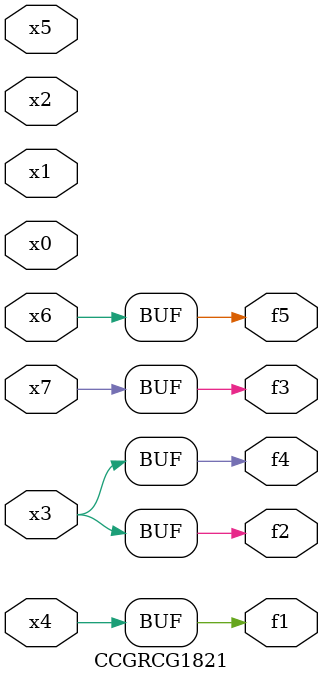
<source format=v>
module CCGRCG1821(
	input x0, x1, x2, x3, x4, x5, x6, x7,
	output f1, f2, f3, f4, f5
);
	assign f1 = x4;
	assign f2 = x3;
	assign f3 = x7;
	assign f4 = x3;
	assign f5 = x6;
endmodule

</source>
